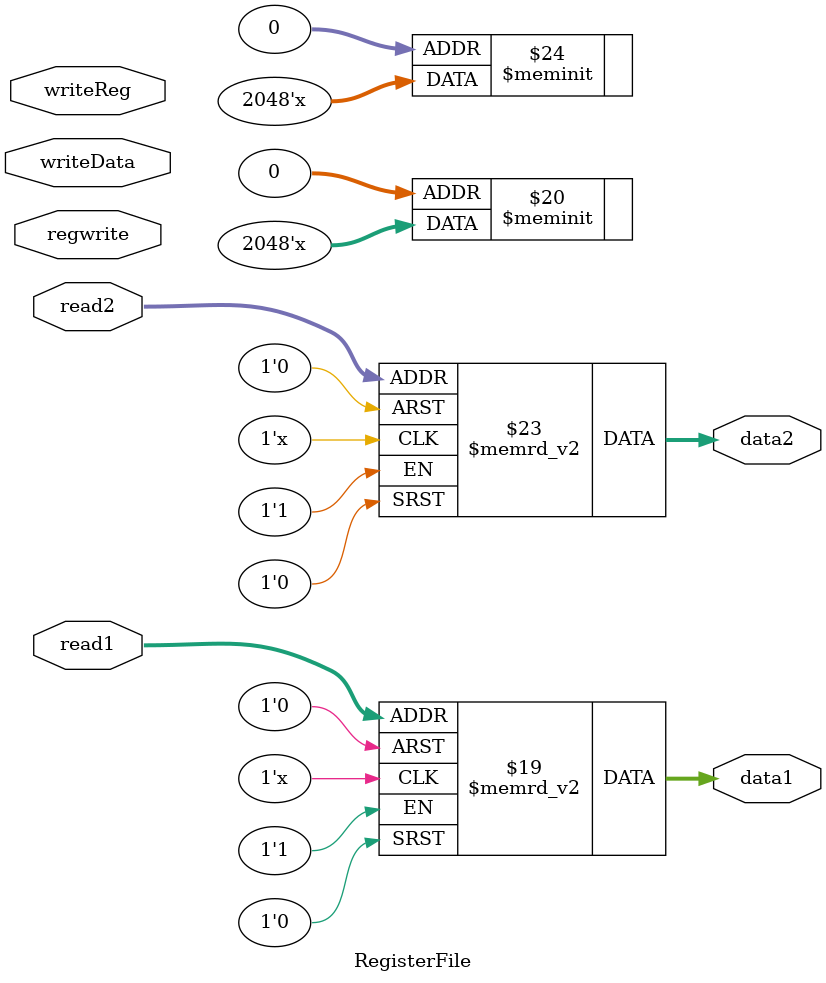
<source format=v>
module RegisterFile
(
  input [4:0] read1,
  input [4:0] read2,
  input [4:0] writeReg,
  input [63:0] writeData,
  input regwrite,
  output reg [63:0] data1,
  output reg [63:0] data2
);

  reg [63:0] Data[31:0];

  initial begin
    Data[31] = 64'h00000000;
  end

  always @(*) begin

    data1 = Data[read1];
    data2 = Data[read2];

    if (regwrite == 1) begin
      Data[writeReg] = writeData;
    end
  end
endmodule

</source>
